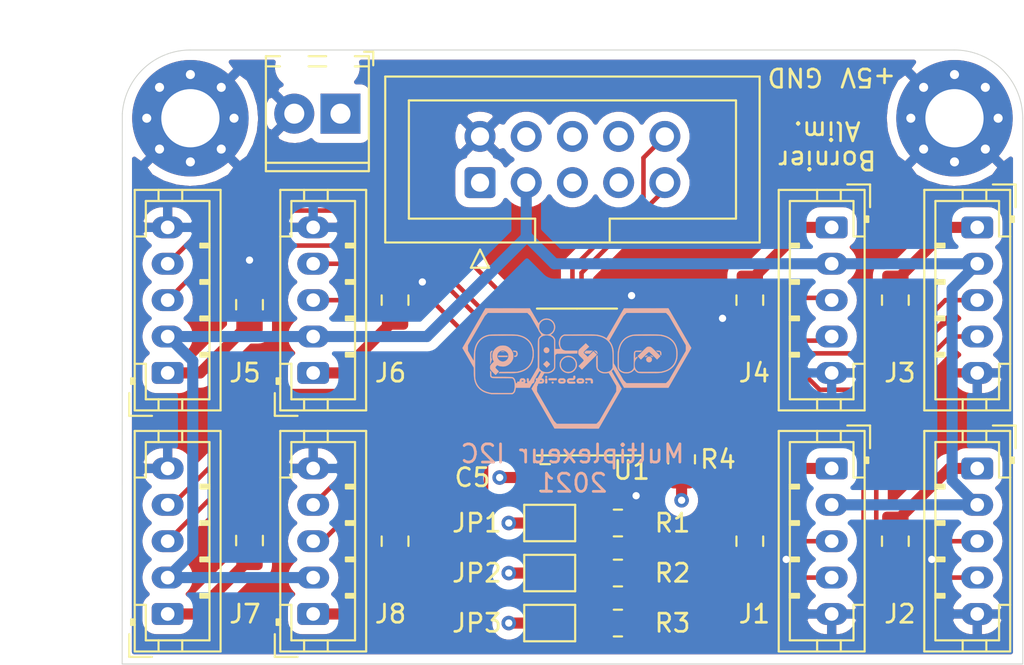
<source format=kicad_pcb>
(kicad_pcb (version 20171130) (host pcbnew 5.1.9-1.fc33)
  (layers (0 F.Cu signal) (1 In1.Cu signal) (2 In2.Cu power) (31 B.Cu signal) (34 B.Paste user) (35 F.Paste user) (36 B.SilkS user) (37 F.SilkS user) (38 B.Mask user) (39 F.Mask user) (44 Edge.Cuts user))
  (net 0 "")
  (net 1 GND)
  (net 2 +5V)
  (net 3 SCL)
  (net 4 SDA)
  (net 5 CMD_LED)
  (net 6 SDA0)
  (net 7 SCL0)
  (net 8 SDA2)
  (net 9 SCL2)
  (net 10 SDA4)
  (net 11 SCL4)
  (net 12 SDA6)
  (net 13 SCL6)
  (net 14 SDA1)
  (net 15 SCL1)
  (net 16 SDA3)
  (net 17 SCL3)
  (net 18 SDA5)
  (net 19 SCL5)
  (net 20 SDA7)
  (net 21 SCL7)
  (net 22 A0)
  (net 23 A1)
  (net 24 A2)
  (net 25 RESET)
  (net 26 "Net-(J9-Pad8)")
  (net 27 "Net-(J9-Pad6)")
  (net 28 "Net-(J9-Pad4)")
  (net 29 "Net-(J9-Pad7)")
  (net 30 "Net-(J9-Pad5)")
  (module TerminalBlock_Phoenix:TerminalBlock_Phoenix_MPT-0,5-2-2.54_1x02_P2.54mm_Horizontal (layer F.Cu) (at 128.5 68.25 180)
    (fp_text reference J10 hide)
    (fp_text value "Alim 5V")
    (pad "" np_thru_hole circle (at 2.54 2.54 180) (size 1.1 1.1) (drill 1.1) (layers *.Cu *.Mask))
    (pad 2 thru_hole circle (at 2.54 0 180) (size 2.2 2.2) (drill 1.1) (layers *.Cu *.Mask) (net 1 GND))
    (pad "" np_thru_hole circle (at 0 2.54 180) (size 1.1 1.1) (drill 1.1) (layers *.Cu *.Mask))
    (pad 1 thru_hole rect (at 0 0 180) (size 2.2 2.2) (drill 1.1) (layers *.Cu *.Mask) (net 2 +5V))
  )
  (module ARIG:Logo_ARIG_12_6x6_6 (layer B.Cu) (at 141.5 82.25 180)
    (fp_text reference G*** hide)
    (fp_text value LOGO hide)
  )
  (module MountingHole:MountingHole_3.2mm_M3_Pad_Via (layer F.Cu) (at 162.25 68.5)
    (fp_text reference H2 hide)
    (fp_text value MountingHole_Pad)
    (pad 1 thru_hole circle (at 1.697056 -1.697056) (size 0.8 0.8) (drill 0.5) (layers *.Cu *.Mask) (net 1 GND))
    (pad 1 thru_hole circle (at 0 -2.4) (size 0.8 0.8) (drill 0.5) (layers *.Cu *.Mask) (net 1 GND))
    (pad 1 thru_hole circle (at -1.697056 -1.697056) (size 0.8 0.8) (drill 0.5) (layers *.Cu *.Mask) (net 1 GND))
    (pad 1 thru_hole circle (at -2.4 0) (size 0.8 0.8) (drill 0.5) (layers *.Cu *.Mask) (net 1 GND))
    (pad 1 thru_hole circle (at -1.697056 1.697056) (size 0.8 0.8) (drill 0.5) (layers *.Cu *.Mask) (net 1 GND))
    (pad 1 thru_hole circle (at 0 2.4) (size 0.8 0.8) (drill 0.5) (layers *.Cu *.Mask) (net 1 GND))
    (pad 1 thru_hole circle (at 1.697056 1.697056) (size 0.8 0.8) (drill 0.5) (layers *.Cu *.Mask) (net 1 GND))
    (pad 1 thru_hole circle (at 2.4 0) (size 0.8 0.8) (drill 0.5) (layers *.Cu *.Mask) (net 1 GND))
    (pad 1 thru_hole circle (at 0 0) (size 6.4 6.4) (drill 3.2) (layers *.Cu *.Mask) (net 1 GND))
  )
  (module MountingHole:MountingHole_3.2mm_M3_Pad_Via (layer F.Cu) (at 120.25 68.5)
    (fp_text reference H1 hide)
    (fp_text value MountingHole_Pad)
    (pad 1 thru_hole circle (at 1.697056 -1.697056) (size 0.8 0.8) (drill 0.5) (layers *.Cu *.Mask) (net 1 GND))
    (pad 1 thru_hole circle (at 0 -2.4) (size 0.8 0.8) (drill 0.5) (layers *.Cu *.Mask) (net 1 GND))
    (pad 1 thru_hole circle (at -1.697056 -1.697056) (size 0.8 0.8) (drill 0.5) (layers *.Cu *.Mask) (net 1 GND))
    (pad 1 thru_hole circle (at -2.4 0) (size 0.8 0.8) (drill 0.5) (layers *.Cu *.Mask) (net 1 GND))
    (pad 1 thru_hole circle (at -1.697056 1.697056) (size 0.8 0.8) (drill 0.5) (layers *.Cu *.Mask) (net 1 GND))
    (pad 1 thru_hole circle (at 0 2.4) (size 0.8 0.8) (drill 0.5) (layers *.Cu *.Mask) (net 1 GND))
    (pad 1 thru_hole circle (at 1.697056 1.697056) (size 0.8 0.8) (drill 0.5) (layers *.Cu *.Mask) (net 1 GND))
    (pad 1 thru_hole circle (at 2.4 0) (size 0.8 0.8) (drill 0.5) (layers *.Cu *.Mask) (net 1 GND))
    (pad 1 thru_hole circle (at 0 0) (size 6.4 6.4) (drill 3.2) (layers *.Cu *.Mask) (net 1 GND))
  )
  (module Package_SO:TSSOP-24_4.4x7.8mm_P0.65mm (layer F.Cu) (at 141.5 83 180)
    (fp_text reference U1 (at -3 -4.85) (layer F.SilkS))
    (fp_text value TCA9548APWR)
    (pad 24 smd roundrect (at 2.8625 -3.575 180) (size 1.475 0.4) (layers F.Cu F.Paste F.Mask) (net 2 +5V))
    (pad 23 smd roundrect (at 2.8625 -2.925 180) (size 1.475 0.4) (layers F.Cu F.Paste F.Mask) (net 4 SDA))
    (pad 22 smd roundrect (at 2.8625 -2.275 180) (size 1.475 0.4) (layers F.Cu F.Paste F.Mask) (net 3 SCL))
    (pad 21 smd roundrect (at 2.8625 -1.625 180) (size 1.475 0.4) (layers F.Cu F.Paste F.Mask) (net 24 A2))
    (pad 20 smd roundrect (at 2.8625 -0.975 180) (size 1.475 0.4) (layers F.Cu F.Paste F.Mask) (net 21 SCL7))
    (pad 19 smd roundrect (at 2.8625 -0.325 180) (size 1.475 0.4) (layers F.Cu F.Paste F.Mask) (net 20 SDA7))
    (pad 18 smd roundrect (at 2.8625 0.325 180) (size 1.475 0.4) (layers F.Cu F.Paste F.Mask) (net 13 SCL6))
    (pad 17 smd roundrect (at 2.8625 0.975 180) (size 1.475 0.4) (layers F.Cu F.Paste F.Mask) (net 12 SDA6))
    (pad 16 smd roundrect (at 2.8625 1.625 180) (size 1.475 0.4) (layers F.Cu F.Paste F.Mask) (net 19 SCL5))
    (pad 15 smd roundrect (at 2.8625 2.275 180) (size 1.475 0.4) (layers F.Cu F.Paste F.Mask) (net 18 SDA5))
    (pad 14 smd roundrect (at 2.8625 2.925 180) (size 1.475 0.4) (layers F.Cu F.Paste F.Mask) (net 11 SCL4))
    (pad 13 smd roundrect (at 2.8625 3.575 180) (size 1.475 0.4) (layers F.Cu F.Paste F.Mask) (net 10 SDA4))
    (pad 12 smd roundrect (at -2.8625 3.575 180) (size 1.475 0.4) (layers F.Cu F.Paste F.Mask) (net 1 GND))
    (pad 11 smd roundrect (at -2.8625 2.925 180) (size 1.475 0.4) (layers F.Cu F.Paste F.Mask) (net 17 SCL3))
    (pad 10 smd roundrect (at -2.8625 2.275 180) (size 1.475 0.4) (layers F.Cu F.Paste F.Mask) (net 16 SDA3))
    (pad 9 smd roundrect (at -2.8625 1.625 180) (size 1.475 0.4) (layers F.Cu F.Paste F.Mask) (net 9 SCL2))
    (pad 8 smd roundrect (at -2.8625 0.975 180) (size 1.475 0.4) (layers F.Cu F.Paste F.Mask) (net 8 SDA2))
    (pad 7 smd roundrect (at -2.8625 0.325 180) (size 1.475 0.4) (layers F.Cu F.Paste F.Mask) (net 15 SCL1))
    (pad 6 smd roundrect (at -2.8625 -0.325 180) (size 1.475 0.4) (layers F.Cu F.Paste F.Mask) (net 14 SDA1))
    (pad 5 smd roundrect (at -2.8625 -0.975 180) (size 1.475 0.4) (layers F.Cu F.Paste F.Mask) (net 7 SCL0))
    (pad 4 smd roundrect (at -2.8625 -1.625 180) (size 1.475 0.4) (layers F.Cu F.Paste F.Mask) (net 6 SDA0))
    (pad 3 smd roundrect (at -2.8625 -2.275 180) (size 1.475 0.4) (layers F.Cu F.Paste F.Mask) (net 25 RESET))
    (pad 2 smd roundrect (at -2.8625 -2.925 180) (size 1.475 0.4) (layers F.Cu F.Paste F.Mask) (net 23 A1))
    (pad 1 smd roundrect (at -2.8625 -3.575 180) (size 1.475 0.4) (layers F.Cu F.Paste F.Mask) (net 22 A0))
  )
  (module Resistor_SMD:R_0805_2012Metric_Pad1.20x1.40mm_HandSolder (layer F.Cu) (at 147.25 87.25 270)
    (fp_text reference R4 (at 0 -2 180) (layer F.SilkS))
    (fp_text value 10K)
    (pad 2 smd roundrect (at 1 0 270) (size 1.2 1.4) (layers F.Cu F.Paste F.Mask) (roundrect_rratio 0.2083325) (net 2 +5V))
    (pad 1 smd roundrect (at -1 0 270) (size 1.2 1.4) (layers F.Cu F.Paste F.Mask) (roundrect_rratio 0.2083325) (net 25 RESET))
  )
  (module Resistor_SMD:R_0805_2012Metric_Pad1.20x1.40mm_HandSolder (layer F.Cu) (at 143.75 96.25)
    (fp_text reference R3 (at 3 0) (layer F.SilkS))
    (fp_text value 10K)
    (pad 2 smd roundrect (at 1 0) (size 1.2 1.4) (layers F.Cu F.Paste F.Mask) (roundrect_rratio 0.2083325) (net 1 GND))
    (pad 1 smd roundrect (at -1 0) (size 1.2 1.4) (layers F.Cu F.Paste F.Mask) (roundrect_rratio 0.2083325) (net 24 A2))
  )
  (module Resistor_SMD:R_0805_2012Metric_Pad1.20x1.40mm_HandSolder (layer F.Cu) (at 143.75 93.5)
    (fp_text reference R2 (at 3 0) (layer F.SilkS))
    (fp_text value 10K)
    (pad 2 smd roundrect (at 1 0) (size 1.2 1.4) (layers F.Cu F.Paste F.Mask) (roundrect_rratio 0.2083325) (net 1 GND))
    (pad 1 smd roundrect (at -1 0) (size 1.2 1.4) (layers F.Cu F.Paste F.Mask) (roundrect_rratio 0.2083325) (net 23 A1))
  )
  (module Resistor_SMD:R_0805_2012Metric_Pad1.20x1.40mm_HandSolder (layer F.Cu) (at 143.75 90.75)
    (fp_text reference R1 (at 3 0) (layer F.SilkS))
    (fp_text value 10K)
    (pad 2 smd roundrect (at 1 0) (size 1.2 1.4) (layers F.Cu F.Paste F.Mask) (roundrect_rratio 0.2083325) (net 1 GND))
    (pad 1 smd roundrect (at -1 0) (size 1.2 1.4) (layers F.Cu F.Paste F.Mask) (roundrect_rratio 0.2083325) (net 22 A0))
  )
  (module Jumper:SolderJumper-2_P1.3mm_Open_Pad1.0x1.5mm (layer F.Cu) (at 140 96.25 180)
    (fp_text reference JP3 (at 4 0) (layer F.SilkS))
    (fp_text value A2)
    (pad 1 smd rect (at -0.65 0 180) (size 1 1.5) (layers F.Cu F.Mask) (net 24 A2))
    (pad 2 smd rect (at 0.65 0 180) (size 1 1.5) (layers F.Cu F.Mask) (net 2 +5V))
  )
  (module Jumper:SolderJumper-2_P1.3mm_Open_Pad1.0x1.5mm (layer F.Cu) (at 140 93.5 180)
    (fp_text reference JP2 (at 4 0) (layer F.SilkS))
    (fp_text value A1)
    (pad 1 smd rect (at -0.65 0 180) (size 1 1.5) (layers F.Cu F.Mask) (net 23 A1))
    (pad 2 smd rect (at 0.65 0 180) (size 1 1.5) (layers F.Cu F.Mask) (net 2 +5V))
  )
  (module Jumper:SolderJumper-2_P1.3mm_Open_Pad1.0x1.5mm (layer F.Cu) (at 140 90.75 180)
    (fp_text reference JP1 (at 4 0) (layer F.SilkS))
    (fp_text value A0)
    (pad 1 smd rect (at -0.65 0 180) (size 1 1.5) (layers F.Cu F.Mask) (net 22 A0))
    (pad 2 smd rect (at 0.65 0 180) (size 1 1.5) (layers F.Cu F.Mask) (net 2 +5V))
  )
  (module Connector_JST:JST_PH_B5B-PH-K_1x05_P2.00mm_Vertical (layer F.Cu) (at 127 95.75 90)
    (fp_text reference J8 (at 0 4.25 180) (layer F.SilkS))
    (fp_text value Color7)
    (pad 5 thru_hole oval (at 8 0 90) (size 1.2 1.75) (drill 0.75) (layers *.Cu *.Mask) (net 1 GND))
    (pad 4 thru_hole oval (at 6 0 90) (size 1.2 1.75) (drill 0.75) (layers *.Cu *.Mask) (net 20 SDA7))
    (pad 3 thru_hole oval (at 4 0 90) (size 1.2 1.75) (drill 0.75) (layers *.Cu *.Mask) (net 21 SCL7))
    (pad 2 thru_hole oval (at 2 0 90) (size 1.2 1.75) (drill 0.75) (layers *.Cu *.Mask) (net 5 CMD_LED))
    (pad 1 thru_hole roundrect (at 0 0 90) (size 1.2 1.75) (drill 0.75) (layers *.Cu *.Mask) (roundrect_rratio 0.2083325) (net 2 +5V))
  )
  (module Connector_JST:JST_PH_B5B-PH-K_1x05_P2.00mm_Vertical (layer F.Cu) (at 127 82.5 90)
    (fp_text reference J6 (at 0 4.25 180) (layer F.SilkS))
    (fp_text value Color5)
    (pad 5 thru_hole oval (at 8 0 90) (size 1.2 1.75) (drill 0.75) (layers *.Cu *.Mask) (net 1 GND))
    (pad 4 thru_hole oval (at 6 0 90) (size 1.2 1.75) (drill 0.75) (layers *.Cu *.Mask) (net 18 SDA5))
    (pad 3 thru_hole oval (at 4 0 90) (size 1.2 1.75) (drill 0.75) (layers *.Cu *.Mask) (net 19 SCL5))
    (pad 2 thru_hole oval (at 2 0 90) (size 1.2 1.75) (drill 0.75) (layers *.Cu *.Mask) (net 5 CMD_LED))
    (pad 1 thru_hole roundrect (at 0 0 90) (size 1.2 1.75) (drill 0.75) (layers *.Cu *.Mask) (roundrect_rratio 0.2083325) (net 2 +5V))
  )
  (module Connector_JST:JST_PH_B5B-PH-K_1x05_P2.00mm_Vertical (layer F.Cu) (at 155.5 74.5 270)
    (fp_text reference J4 (at 8 4.25 180) (layer F.SilkS))
    (fp_text value Color3)
    (pad 5 thru_hole oval (at 8 0 270) (size 1.2 1.75) (drill 0.75) (layers *.Cu *.Mask) (net 1 GND))
    (pad 4 thru_hole oval (at 6 0 270) (size 1.2 1.75) (drill 0.75) (layers *.Cu *.Mask) (net 16 SDA3))
    (pad 3 thru_hole oval (at 4 0 270) (size 1.2 1.75) (drill 0.75) (layers *.Cu *.Mask) (net 17 SCL3))
    (pad 2 thru_hole oval (at 2 0 270) (size 1.2 1.75) (drill 0.75) (layers *.Cu *.Mask) (net 5 CMD_LED))
    (pad 1 thru_hole roundrect (at 0 0 270) (size 1.2 1.75) (drill 0.75) (layers *.Cu *.Mask) (roundrect_rratio 0.2083325) (net 2 +5V))
  )
  (module Connector_JST:JST_PH_B5B-PH-K_1x05_P2.00mm_Vertical (layer F.Cu) (at 163.5 87.75 270)
    (fp_text reference J2 (at 8 4.25 180) (layer F.SilkS))
    (fp_text value Color1)
    (pad 5 thru_hole oval (at 8 0 270) (size 1.2 1.75) (drill 0.75) (layers *.Cu *.Mask) (net 1 GND))
    (pad 4 thru_hole oval (at 6 0 270) (size 1.2 1.75) (drill 0.75) (layers *.Cu *.Mask) (net 14 SDA1))
    (pad 3 thru_hole oval (at 4 0 270) (size 1.2 1.75) (drill 0.75) (layers *.Cu *.Mask) (net 15 SCL1))
    (pad 2 thru_hole oval (at 2 0 270) (size 1.2 1.75) (drill 0.75) (layers *.Cu *.Mask) (net 5 CMD_LED))
    (pad 1 thru_hole roundrect (at 0 0 270) (size 1.2 1.75) (drill 0.75) (layers *.Cu *.Mask) (roundrect_rratio 0.2083325) (net 2 +5V))
  )
  (module Connector_JST:JST_PH_B5B-PH-K_1x05_P2.00mm_Vertical (layer F.Cu) (at 119 95.75 90)
    (fp_text reference J7 (at 0 4.25 180) (layer F.SilkS))
    (fp_text value Color6)
    (pad 5 thru_hole oval (at 8 0 90) (size 1.2 1.75) (drill 0.75) (layers *.Cu *.Mask) (net 1 GND))
    (pad 4 thru_hole oval (at 6 0 90) (size 1.2 1.75) (drill 0.75) (layers *.Cu *.Mask) (net 12 SDA6))
    (pad 3 thru_hole oval (at 4 0 90) (size 1.2 1.75) (drill 0.75) (layers *.Cu *.Mask) (net 13 SCL6))
    (pad 2 thru_hole oval (at 2 0 90) (size 1.2 1.75) (drill 0.75) (layers *.Cu *.Mask) (net 5 CMD_LED))
    (pad 1 thru_hole roundrect (at 0 0 90) (size 1.2 1.75) (drill 0.75) (layers *.Cu *.Mask) (roundrect_rratio 0.2083325) (net 2 +5V))
  )
  (module Connector_JST:JST_PH_B5B-PH-K_1x05_P2.00mm_Vertical (layer F.Cu) (at 119 82.5 90)
    (fp_text reference J5 (at 0 4.25 180) (layer F.SilkS))
    (fp_text value Color4)
    (pad 5 thru_hole oval (at 8 0 90) (size 1.2 1.75) (drill 0.75) (layers *.Cu *.Mask) (net 1 GND))
    (pad 4 thru_hole oval (at 6 0 90) (size 1.2 1.75) (drill 0.75) (layers *.Cu *.Mask) (net 10 SDA4))
    (pad 3 thru_hole oval (at 4 0 90) (size 1.2 1.75) (drill 0.75) (layers *.Cu *.Mask) (net 11 SCL4))
    (pad 2 thru_hole oval (at 2 0 90) (size 1.2 1.75) (drill 0.75) (layers *.Cu *.Mask) (net 5 CMD_LED))
    (pad 1 thru_hole roundrect (at 0 0 90) (size 1.2 1.75) (drill 0.75) (layers *.Cu *.Mask) (roundrect_rratio 0.2083325) (net 2 +5V))
  )
  (module Connector_JST:JST_PH_B5B-PH-K_1x05_P2.00mm_Vertical (layer F.Cu) (at 163.5 74.5 270)
    (fp_text reference J3 (at 8 4.25 180) (layer F.SilkS))
    (fp_text value Color2)
    (pad 5 thru_hole oval (at 8 0 270) (size 1.2 1.75) (drill 0.75) (layers *.Cu *.Mask) (net 1 GND))
    (pad 4 thru_hole oval (at 6 0 270) (size 1.2 1.75) (drill 0.75) (layers *.Cu *.Mask) (net 8 SDA2))
    (pad 3 thru_hole oval (at 4 0 270) (size 1.2 1.75) (drill 0.75) (layers *.Cu *.Mask) (net 9 SCL2))
    (pad 2 thru_hole oval (at 2 0 270) (size 1.2 1.75) (drill 0.75) (layers *.Cu *.Mask) (net 5 CMD_LED))
    (pad 1 thru_hole roundrect (at 0 0 270) (size 1.2 1.75) (drill 0.75) (layers *.Cu *.Mask) (roundrect_rratio 0.2083325) (net 2 +5V))
  )
  (module Connector_JST:JST_PH_B5B-PH-K_1x05_P2.00mm_Vertical (layer F.Cu) (at 155.5 87.75 270)
    (fp_text reference J1 (at 8 4.25 180) (layer F.SilkS))
    (fp_text value Color0)
    (pad 5 thru_hole oval (at 8 0 270) (size 1.2 1.75) (drill 0.75) (layers *.Cu *.Mask) (net 1 GND))
    (pad 4 thru_hole oval (at 6 0 270) (size 1.2 1.75) (drill 0.75) (layers *.Cu *.Mask) (net 6 SDA0))
    (pad 3 thru_hole oval (at 4 0 270) (size 1.2 1.75) (drill 0.75) (layers *.Cu *.Mask) (net 7 SCL0))
    (pad 2 thru_hole oval (at 2 0 270) (size 1.2 1.75) (drill 0.75) (layers *.Cu *.Mask) (net 5 CMD_LED))
    (pad 1 thru_hole roundrect (at 0 0 270) (size 1.2 1.75) (drill 0.75) (layers *.Cu *.Mask) (roundrect_rratio 0.2083325) (net 2 +5V))
  )
  (module Connector_IDC:IDC-Header_2x05_P2.54mm_Vertical (layer F.Cu) (at 136.17 72.04 90)
    (fp_text reference J9 hide)
    (fp_text value "Interf ARIG")
    (pad 10 thru_hole circle (at 2.54 10.16 90) (size 1.7 1.7) (drill 1) (layers *.Cu *.Mask) (net 3 SCL))
    (pad 8 thru_hole circle (at 2.54 7.62 90) (size 1.7 1.7) (drill 1) (layers *.Cu *.Mask) (net 26 "Net-(J9-Pad8)"))
    (pad 6 thru_hole circle (at 2.54 5.08 90) (size 1.7 1.7) (drill 1) (layers *.Cu *.Mask) (net 27 "Net-(J9-Pad6)"))
    (pad 4 thru_hole circle (at 2.54 2.54 90) (size 1.7 1.7) (drill 1) (layers *.Cu *.Mask) (net 28 "Net-(J9-Pad4)"))
    (pad 2 thru_hole circle (at 2.54 0 90) (size 1.7 1.7) (drill 1) (layers *.Cu *.Mask) (net 1 GND))
    (pad 9 thru_hole circle (at 0 10.16 90) (size 1.7 1.7) (drill 1) (layers *.Cu *.Mask) (net 4 SDA))
    (pad 7 thru_hole circle (at 0 7.62 90) (size 1.7 1.7) (drill 1) (layers *.Cu *.Mask) (net 29 "Net-(J9-Pad7)"))
    (pad 5 thru_hole circle (at 0 5.08 90) (size 1.7 1.7) (drill 1) (layers *.Cu *.Mask) (net 30 "Net-(J9-Pad5)"))
    (pad 3 thru_hole circle (at 0 2.54 90) (size 1.7 1.7) (drill 1) (layers *.Cu *.Mask) (net 5 CMD_LED))
    (pad 1 thru_hole roundrect (at 0 0 90) (size 1.7 1.7) (drill 1) (layers *.Cu *.Mask) (roundrect_rratio 0.1470588235294118) (net 2 +5V))
  )
  (module Capacitor_SMD:C_0805_2012Metric_Pad1.18x1.45mm_HandSolder (layer F.Cu) (at 131.5 91.75 90)
    (fp_text reference C9 hide)
    (fp_text value 10u)
    (pad 2 smd roundrect (at 1.0375 0 90) (size 1.175 1.45) (layers F.Cu F.Paste F.Mask) (roundrect_rratio 0.2127659574468085) (net 1 GND))
    (pad 1 smd roundrect (at -1.0375 0 90) (size 1.175 1.45) (layers F.Cu F.Paste F.Mask) (roundrect_rratio 0.2127659574468085) (net 2 +5V))
  )
  (module Capacitor_SMD:C_0805_2012Metric_Pad1.18x1.45mm_HandSolder (layer F.Cu) (at 123.5 91.7125 90)
    (fp_text reference C8 hide)
    (fp_text value 10u)
    (pad 2 smd roundrect (at 1.0375 0 90) (size 1.175 1.45) (layers F.Cu F.Paste F.Mask) (roundrect_rratio 0.2127659574468085) (net 1 GND))
    (pad 1 smd roundrect (at -1.0375 0 90) (size 1.175 1.45) (layers F.Cu F.Paste F.Mask) (roundrect_rratio 0.2127659574468085) (net 2 +5V))
  )
  (module Capacitor_SMD:C_0805_2012Metric_Pad1.18x1.45mm_HandSolder (layer F.Cu) (at 131.5 78.5 90)
    (fp_text reference C7 hide)
    (fp_text value 10u)
    (pad 2 smd roundrect (at 1.0375 0 90) (size 1.175 1.45) (layers F.Cu F.Paste F.Mask) (roundrect_rratio 0.2127659574468085) (net 1 GND))
    (pad 1 smd roundrect (at -1.0375 0 90) (size 1.175 1.45) (layers F.Cu F.Paste F.Mask) (roundrect_rratio 0.2127659574468085) (net 2 +5V))
  )
  (module Capacitor_SMD:C_0805_2012Metric_Pad1.18x1.45mm_HandSolder (layer F.Cu) (at 123.5 78.75 90)
    (fp_text reference C6 hide)
    (fp_text value 10u)
    (pad 2 smd roundrect (at 1.0375 0 90) (size 1.175 1.45) (layers F.Cu F.Paste F.Mask) (roundrect_rratio 0.2127659574468085) (net 1 GND))
    (pad 1 smd roundrect (at -1.0375 0 90) (size 1.175 1.45) (layers F.Cu F.Paste F.Mask) (roundrect_rratio 0.2127659574468085) (net 2 +5V))
  )
  (module Capacitor_SMD:C_0805_2012Metric_Pad1.18x1.45mm_HandSolder (layer F.Cu) (at 139.75 88.25)
    (fp_text reference C5 (at -4 0) (layer F.SilkS))
    (fp_text value 10u)
    (pad 2 smd roundrect (at 1.0375 0) (size 1.175 1.45) (layers F.Cu F.Paste F.Mask) (roundrect_rratio 0.2127659574468085) (net 1 GND))
    (pad 1 smd roundrect (at -1.0375 0) (size 1.175 1.45) (layers F.Cu F.Paste F.Mask) (roundrect_rratio 0.2127659574468085) (net 2 +5V))
  )
  (module Capacitor_SMD:C_0805_2012Metric_Pad1.18x1.45mm_HandSolder (layer F.Cu) (at 151 78.5 270)
    (fp_text reference C4 hide)
    (fp_text value 10u)
    (pad 2 smd roundrect (at 1.0375 0 270) (size 1.175 1.45) (layers F.Cu F.Paste F.Mask) (roundrect_rratio 0.2127659574468085) (net 1 GND))
    (pad 1 smd roundrect (at -1.0375 0 270) (size 1.175 1.45) (layers F.Cu F.Paste F.Mask) (roundrect_rratio 0.2127659574468085) (net 2 +5V))
  )
  (module Capacitor_SMD:C_0805_2012Metric_Pad1.18x1.45mm_HandSolder (layer F.Cu) (at 159 78.5 270)
    (fp_text reference C3 hide)
    (fp_text value 10u)
    (pad 2 smd roundrect (at 1.0375 0 270) (size 1.175 1.45) (layers F.Cu F.Paste F.Mask) (roundrect_rratio 0.2127659574468085) (net 1 GND))
    (pad 1 smd roundrect (at -1.0375 0 270) (size 1.175 1.45) (layers F.Cu F.Paste F.Mask) (roundrect_rratio 0.2127659574468085) (net 2 +5V))
  )
  (module Capacitor_SMD:C_0805_2012Metric_Pad1.18x1.45mm_HandSolder (layer F.Cu) (at 159 91.75 270)
    (fp_text reference C2 hide)
    (fp_text value 10u)
    (pad 2 smd roundrect (at 1.0375 0 270) (size 1.175 1.45) (layers F.Cu F.Paste F.Mask) (roundrect_rratio 0.2127659574468085) (net 1 GND))
    (pad 1 smd roundrect (at -1.0375 0 270) (size 1.175 1.45) (layers F.Cu F.Paste F.Mask) (roundrect_rratio 0.2127659574468085) (net 2 +5V))
  )
  (module Capacitor_SMD:C_0805_2012Metric_Pad1.18x1.45mm_HandSolder (layer F.Cu) (at 151 91.75 270)
    (fp_text reference C1 hide)
    (fp_text value 10u)
    (pad 2 smd roundrect (at 1.0375 0 270) (size 1.175 1.45) (layers F.Cu F.Paste F.Mask) (roundrect_rratio 0.2127659574468085) (net 1 GND))
    (pad 1 smd roundrect (at -1.0375 0 270) (size 1.175 1.45) (layers F.Cu F.Paste F.Mask) (roundrect_rratio 0.2127659574468085) (net 2 +5V))
  )
  (gr_text "Bornier\nAlim." (at 155.25 70 180) (layer F.SilkS) (effects (font (size 1 1))))
  (gr_text +5V (at 157.5 66.25 180) (layer F.SilkS) (effects (font (size 1 1))))
  (gr_text GND (at 153.5 66.25 180) (layer F.SilkS) (effects (font (size 1 1))))
  (gr_text "Multiplexeur I2C\n2021" (at 141.25 87.75) (layer B.SilkS) (effects (font (size 1 1)) (justify mirror)))
  (gr_line (start 166 98.5) (end 166 68.5) (layer Edge.Cuts) (width 0.05))
  (gr_line (start 116.5 98.5) (end 166 98.5) (layer Edge.Cuts) (width 0.05))
  (gr_line (start 116.508306 68.250554) (end 116.5 98.5) (layer Edge.Cuts) (width 0.05))
  (gr_line (start 162.25 64.75) (end 120.25 64.75) (layer Edge.Cuts) (width 0.05))
  (gr_arc (start 162.25 68.5) (end 166 68.5) (angle -90) (layer Edge.Cuts) (width 0.05))
  (gr_arc (start 120.25 68.5) (end 120.25 64.75) (angle -86.18592517) (layer Edge.Cuts) (width 0.05))
  (via (at 144.75 89.25) (size 0.8) (drill 0.4) (layers F.Cu B.Cu) (net 1))
  (segment (start 144.75 90.75) (end 144.75 89.25) (width 0.6096) (layer F.Cu) (net 1))
  (via (at 149.5 79.5) (size 0.8) (drill 0.4) (layers F.Cu B.Cu) (net 1))
  (segment (start 149.5375 79.5375) (end 149.5 79.5) (width 0.6096) (layer F.Cu) (net 1))
  (segment (start 151 79.5375) (end 149.5375 79.5375) (width 0.6096) (layer F.Cu) (net 1))
  (via (at 144.5 78.25) (size 0.8) (drill 0.4) (layers F.Cu B.Cu) (net 1))
  (segment (start 144.3625 78.3875) (end 144.5 78.25) (width 0.25) (layer F.Cu) (net 1))
  (segment (start 144.3625 79.425) (end 144.3625 78.3875) (width 0.25) (layer F.Cu) (net 1))
  (via (at 133 77.5) (size 0.8) (drill 0.4) (layers F.Cu B.Cu) (net 1))
  (segment (start 132.9625 77.4625) (end 133 77.5) (width 0.6096) (layer F.Cu) (net 1))
  (segment (start 131.5 77.4625) (end 132.9625 77.4625) (width 0.6096) (layer F.Cu) (net 1))
  (via (at 123.5 76.3) (size 0.8) (drill 0.4) (layers F.Cu B.Cu) (net 1))
  (segment (start 123.5 77.7125) (end 123.5 76.3) (width 0.6096) (layer F.Cu) (net 1))
  (via (at 153 92.75) (size 0.8) (drill 0.4) (layers F.Cu B.Cu) (net 1))
  (segment (start 152.9625 92.7875) (end 153 92.75) (width 0.6096) (layer F.Cu) (net 1))
  (segment (start 151 92.7875) (end 152.9625 92.7875) (width 0.6096) (layer F.Cu) (net 1))
  (via (at 161 92.75) (size 0.8) (drill 0.4) (layers F.Cu B.Cu) (net 1))
  (segment (start 160.9625 92.7875) (end 161 92.75) (width 0.6096) (layer F.Cu) (net 1))
  (segment (start 159 92.7875) (end 160.9625 92.7875) (width 0.6096) (layer F.Cu) (net 1))
  (segment (start 120.7875 82.5) (end 123.5 79.7875) (width 0.6096) (layer F.Cu) (net 2))
  (segment (start 119 82.5) (end 120.7875 82.5) (width 0.6096) (layer F.Cu) (net 2))
  (segment (start 128.5375 82.5) (end 131.5 79.5375) (width 0.6096) (layer F.Cu) (net 2))
  (segment (start 127 82.5) (end 128.5375 82.5) (width 0.6096) (layer F.Cu) (net 2))
  (segment (start 120.5 95.75) (end 123.5 92.75) (width 0.6096) (layer F.Cu) (net 2))
  (segment (start 119 95.75) (end 120.5 95.75) (width 0.6096) (layer F.Cu) (net 2))
  (segment (start 128.5375 95.75) (end 131.5 92.7875) (width 0.6096) (layer F.Cu) (net 2))
  (segment (start 127 95.75) (end 128.5375 95.75) (width 0.6096) (layer F.Cu) (net 2))
  (segment (start 153.9625 87.75) (end 151 90.7125) (width 0.6096) (layer F.Cu) (net 2))
  (segment (start 155.5 87.75) (end 153.9625 87.75) (width 0.6096) (layer F.Cu) (net 2))
  (segment (start 153.9625 74.5) (end 151 77.4625) (width 0.6096) (layer F.Cu) (net 2))
  (segment (start 155.5 74.5) (end 153.9625 74.5) (width 0.6096) (layer F.Cu) (net 2))
  (segment (start 161.9625 74.5) (end 159 77.4625) (width 0.6096) (layer F.Cu) (net 2))
  (segment (start 163.5 74.5) (end 161.9625 74.5) (width 0.6096) (layer F.Cu) (net 2))
  (segment (start 161.9625 87.75) (end 159 90.7125) (width 0.6096) (layer F.Cu) (net 2))
  (segment (start 163.5 87.75) (end 161.9625 87.75) (width 0.6096) (layer F.Cu) (net 2))
  (segment (start 138.7125 86.65) (end 138.6375 86.575) (width 0.25) (layer F.Cu) (net 2))
  (segment (start 138.7125 88.25) (end 138.7125 86.65) (width 0.25) (layer F.Cu) (net 2))
  (via (at 137.25 88.25) (size 0.8) (drill 0.4) (layers F.Cu B.Cu) (net 2))
  (segment (start 138.7125 88.25) (end 137.25 88.25) (width 0.6096) (layer F.Cu) (net 2))
  (via (at 137.75 90.75) (size 0.8) (drill 0.4) (layers F.Cu B.Cu) (net 2))
  (segment (start 139.35 90.75) (end 137.75 90.75) (width 0.6096) (layer F.Cu) (net 2))
  (via (at 137.75 93.5) (size 0.8) (drill 0.4) (layers F.Cu B.Cu) (net 2))
  (segment (start 139.35 93.5) (end 137.75 93.5) (width 0.6096) (layer F.Cu) (net 2))
  (via (at 137.75 96.25) (size 0.8) (drill 0.4) (layers F.Cu B.Cu) (net 2))
  (segment (start 139.35 96.25) (end 137.75 96.25) (width 0.6096) (layer F.Cu) (net 2))
  (via (at 147.25 89.5) (size 0.8) (drill 0.4) (layers F.Cu B.Cu) (net 2))
  (segment (start 147.25 88.25) (end 147.25 89.5) (width 0.6096) (layer F.Cu) (net 2))
  (segment (start 145.154999 70.675001) (end 145.154999 72.845001) (width 0.25) (layer F.Cu) (net 3))
  (segment (start 146.33 69.5) (end 145.154999 70.675001) (width 0.25) (layer F.Cu) (net 3))
  (segment (start 145.154999 72.845001) (end 141.25 76.75) (width 0.25) (layer F.Cu) (net 3))
  (segment (start 139.375 85.275) (end 138.6375 85.275) (width 0.25) (layer F.Cu) (net 3))
  (segment (start 141.25 83.4) (end 139.375 85.275) (width 0.25) (layer F.Cu) (net 3))
  (segment (start 141.25 76.75) (end 141.25 83.4) (width 0.25) (layer F.Cu) (net 3))
  (segment (start 146.33 72.04) (end 146.33 72.42) (width 0.25) (layer F.Cu) (net 4))
  (segment (start 146.33 72.42) (end 141.75 77) (width 0.25) (layer F.Cu) (net 4))
  (segment (start 139.375 85.925) (end 138.6375 85.925) (width 0.25) (layer F.Cu) (net 4))
  (segment (start 141.75 83.55) (end 139.375 85.925) (width 0.25) (layer F.Cu) (net 4))
  (segment (start 141.75 77) (end 141.75 83.55) (width 0.25) (layer F.Cu) (net 4))
  (segment (start 119 80.5) (end 127 80.5) (width 0.6096) (layer B.Cu) (net 5))
  (segment (start 119 93.75) (end 127 93.75) (width 0.6096) (layer B.Cu) (net 5))
  (segment (start 120.37981 81.837346) (end 120.37981 92.37019) (width 0.6096) (layer B.Cu) (net 5))
  (segment (start 119 80.5) (end 119.042464 80.5) (width 0.6096) (layer B.Cu) (net 5))
  (segment (start 119.042464 80.5) (end 120.37981 81.837346) (width 0.6096) (layer B.Cu) (net 5))
  (segment (start 120.37981 92.37019) (end 119 93.75) (width 0.6096) (layer B.Cu) (net 5))
  (segment (start 155.5 89.75) (end 163.5 89.75) (width 0.6096) (layer B.Cu) (net 5))
  (segment (start 163.5 76.5) (end 155.5 76.5) (width 0.6096) (layer B.Cu) (net 5))
  (segment (start 163.457536 89.75) (end 163.5 89.75) (width 0.6096) (layer B.Cu) (net 5))
  (segment (start 163.5 76.5) (end 162.12019 77.87981) (width 0.6096) (layer B.Cu) (net 5))
  (segment (start 162.12019 77.87981) (end 162.12019 88.412654) (width 0.6096) (layer B.Cu) (net 5))
  (segment (start 162.12019 88.412654) (end 163.457536 89.75) (width 0.6096) (layer B.Cu) (net 5))
  (segment (start 155.5 76.5) (end 143.17 76.5) (width 0.6096) (layer B.Cu) (net 5))
  (segment (start 127 80.5) (end 133.25 80.5) (width 0.6096) (layer B.Cu) (net 5))
  (segment (start 133.25 80.5) (end 138.75 75) (width 0.6096) (layer B.Cu) (net 5))
  (segment (start 138.71 74.96) (end 138.71 72.04) (width 0.6096) (layer B.Cu) (net 5))
  (segment (start 138.75 75) (end 138.71 74.96) (width 0.6096) (layer B.Cu) (net 5))
  (segment (start 140.25 76.5) (end 138.75 75) (width 0.6096) (layer B.Cu) (net 5))
  (segment (start 143.17 76.5) (end 140.25 76.5) (width 0.6096) (layer B.Cu) (net 5))
  (segment (start 144.3625 84.625) (end 148.125 84.625) (width 0.25) (layer F.Cu) (net 6))
  (segment (start 148.125 84.625) (end 149.25 85.75) (width 0.25) (layer F.Cu) (net 6))
  (segment (start 150.33681 93.75) (end 155.5 93.75) (width 0.25) (layer F.Cu) (net 6))
  (segment (start 149.25 92.66319) (end 150.33681 93.75) (width 0.25) (layer F.Cu) (net 6))
  (segment (start 149.25 85.75) (end 149.25 92.66319) (width 0.25) (layer F.Cu) (net 6))
  (segment (start 144.3625 83.975) (end 148.475 83.975) (width 0.25) (layer F.Cu) (net 7))
  (segment (start 150.41181 91.75) (end 155.5 91.75) (width 0.25) (layer F.Cu) (net 7))
  (segment (start 149.94999 91.28818) (end 150.41181 91.75) (width 0.25) (layer F.Cu) (net 7))
  (segment (start 149.94999 85.44999) (end 149.94999 91.28818) (width 0.25) (layer F.Cu) (net 7))
  (segment (start 148.475 83.975) (end 149.94999 85.44999) (width 0.25) (layer F.Cu) (net 7))
  (segment (start 154.841849 83.42501) (end 159.07499 83.42501) (width 0.25) (layer F.Cu) (net 8))
  (segment (start 153.441839 82.025) (end 154.841849 83.42501) (width 0.25) (layer F.Cu) (net 8))
  (segment (start 144.3625 82.025) (end 153.441839 82.025) (width 0.25) (layer F.Cu) (net 8))
  (segment (start 162 80.5) (end 163.5 80.5) (width 0.25) (layer F.Cu) (net 8))
  (segment (start 159.07499 83.42501) (end 162 80.5) (width 0.25) (layer F.Cu) (net 8))
  (segment (start 144.41251 81.42501) (end 158.82499 81.42501) (width 0.25) (layer F.Cu) (net 9))
  (segment (start 144.3625 81.375) (end 144.41251 81.42501) (width 0.25) (layer F.Cu) (net 9))
  (segment (start 161.75 78.5) (end 163.5 78.5) (width 0.25) (layer F.Cu) (net 9))
  (segment (start 158.82499 81.42501) (end 161.75 78.5) (width 0.25) (layer F.Cu) (net 9))
  (segment (start 121.92501 73.57499) (end 132.78749 73.57499) (width 0.25) (layer F.Cu) (net 10))
  (segment (start 119 76.5) (end 121.92501 73.57499) (width 0.25) (layer F.Cu) (net 10))
  (segment (start 132.78749 73.57499) (end 138.6375 79.425) (width 0.25) (layer F.Cu) (net 10))
  (segment (start 138.6375 80.075) (end 137.324885 80.075) (width 0.25) (layer F.Cu) (net 11))
  (segment (start 137.324885 80.075) (end 132.749885 75.5) (width 0.25) (layer F.Cu) (net 11))
  (segment (start 132.749885 75.5) (end 122 75.5) (width 0.25) (layer F.Cu) (net 11))
  (segment (start 122 75.5) (end 119 78.5) (width 0.25) (layer F.Cu) (net 11))
  (segment (start 119 89.75) (end 119.25 89.75) (width 0.25) (layer F.Cu) (net 12))
  (segment (start 119.25 89.75) (end 125.5 83.5) (width 0.25) (layer F.Cu) (net 12))
  (segment (start 125.5 83.5) (end 134.75 83.5) (width 0.25) (layer F.Cu) (net 12))
  (segment (start 136.225 82.025) (end 138.6375 82.025) (width 0.25) (layer F.Cu) (net 12))
  (segment (start 134.75 83.5) (end 136.225 82.025) (width 0.25) (layer F.Cu) (net 12))
  (segment (start 136.575 82.675) (end 138.6375 82.675) (width 0.25) (layer F.Cu) (net 13))
  (segment (start 135.25 84) (end 136.575 82.675) (width 0.25) (layer F.Cu) (net 13))
  (segment (start 126.75 84) (end 135.25 84) (width 0.25) (layer F.Cu) (net 13))
  (segment (start 119 91.75) (end 126.75 84) (width 0.25) (layer F.Cu) (net 13))
  (segment (start 149.325 83.325) (end 144.3625 83.325) (width 0.25) (layer F.Cu) (net 14))
  (segment (start 150.5 84.5) (end 149.325 83.325) (width 0.25) (layer F.Cu) (net 14))
  (segment (start 158.33681 93.75) (end 157.25 92.66319) (width 0.25) (layer F.Cu) (net 14))
  (segment (start 163.5 93.75) (end 158.33681 93.75) (width 0.25) (layer F.Cu) (net 14))
  (segment (start 157.25 87.25) (end 154.5 84.5) (width 0.25) (layer F.Cu) (net 14))
  (segment (start 154.5 84.5) (end 150.5 84.5) (width 0.25) (layer F.Cu) (net 14))
  (segment (start 157.25 92.66319) (end 157.25 87.25) (width 0.25) (layer F.Cu) (net 14))
  (segment (start 158.41181 91.75) (end 157.94999 91.28818) (width 0.25) (layer F.Cu) (net 15))
  (segment (start 163.5 91.75) (end 158.41181 91.75) (width 0.25) (layer F.Cu) (net 15))
  (segment (start 149.675 82.675) (end 144.3625 82.675) (width 0.25) (layer F.Cu) (net 15))
  (segment (start 151 84) (end 149.675 82.675) (width 0.25) (layer F.Cu) (net 15))
  (segment (start 157.94999 86.94999) (end 155 84) (width 0.25) (layer F.Cu) (net 15))
  (segment (start 155 84) (end 151 84) (width 0.25) (layer F.Cu) (net 15))
  (segment (start 157.94999 91.28818) (end 157.94999 86.94999) (width 0.25) (layer F.Cu) (net 15))
  (segment (start 155.275 80.725) (end 144.3625 80.725) (width 0.25) (layer F.Cu) (net 16))
  (segment (start 155.5 80.5) (end 155.275 80.725) (width 0.25) (layer F.Cu) (net 16))
  (segment (start 144.3625 80.075) (end 145.925 80.075) (width 0.25) (layer F.Cu) (net 17))
  (segment (start 155.37501 78.37501) (end 155.5 78.5) (width 0.25) (layer F.Cu) (net 17))
  (segment (start 147.62499 78.37501) (end 155.37501 78.37501) (width 0.25) (layer F.Cu) (net 17))
  (segment (start 145.925 80.075) (end 147.62499 78.37501) (width 0.25) (layer F.Cu) (net 17))
  (segment (start 133.113475 76.5) (end 137.338475 80.725) (width 0.25) (layer F.Cu) (net 18))
  (segment (start 127 76.5) (end 133.113475 76.5) (width 0.25) (layer F.Cu) (net 18))
  (segment (start 137.338475 80.725) (end 138.6375 80.725) (width 0.25) (layer F.Cu) (net 18))
  (segment (start 127 78.5) (end 133.5 78.5) (width 0.25) (layer F.Cu) (net 19))
  (segment (start 136.375 81.375) (end 138.6375 81.375) (width 0.25) (layer F.Cu) (net 19))
  (segment (start 133.5 78.5) (end 136.375 81.375) (width 0.25) (layer F.Cu) (net 19))
  (segment (start 138.6375 83.325) (end 136.925 83.325) (width 0.25) (layer F.Cu) (net 20))
  (segment (start 136.925 83.325) (end 134.450009 85.799991) (width 0.25) (layer F.Cu) (net 20))
  (segment (start 134.450009 85.799991) (end 130.950009 85.799991) (width 0.25) (layer F.Cu) (net 20))
  (segment (start 130.950009 85.799991) (end 127 89.75) (width 0.25) (layer F.Cu) (net 20))
  (segment (start 127 91.75) (end 127.5 91.75) (width 0.25) (layer F.Cu) (net 21))
  (segment (start 127.5 91.75) (end 133 86.25) (width 0.25) (layer F.Cu) (net 21))
  (segment (start 133 86.25) (end 135 86.25) (width 0.25) (layer F.Cu) (net 21))
  (segment (start 137.275 83.975) (end 138.6375 83.975) (width 0.25) (layer F.Cu) (net 21))
  (segment (start 135 86.25) (end 137.275 83.975) (width 0.25) (layer F.Cu) (net 21))
  (segment (start 140.65 90.75) (end 142.75 90.75) (width 0.6096) (layer F.Cu) (net 22))
  (segment (start 142.75 88.1875) (end 144.3625 86.575) (width 0.25) (layer F.Cu) (net 22))
  (segment (start 142.75 90.75) (end 142.75 88.1875) (width 0.25) (layer F.Cu) (net 22))
  (segment (start 140.65 93.5) (end 142.75 93.5) (width 0.6096) (layer F.Cu) (net 23))
  (segment (start 145.1 85.925) (end 145.75 86.575) (width 0.25) (layer F.Cu) (net 23))
  (segment (start 144.3625 85.925) (end 145.1 85.925) (width 0.25) (layer F.Cu) (net 23))
  (segment (start 145.75 86.575) (end 145.75 91.75) (width 0.25) (layer F.Cu) (net 23))
  (segment (start 145.75 91.75) (end 145.25 92.25) (width 0.25) (layer F.Cu) (net 23))
  (segment (start 144 92.25) (end 142.75 93.5) (width 0.25) (layer F.Cu) (net 23))
  (segment (start 145.25 92.25) (end 144 92.25) (width 0.25) (layer F.Cu) (net 23))
  (segment (start 137.9 84.625) (end 136.5 86.025) (width 0.25) (layer F.Cu) (net 24))
  (segment (start 138.6375 84.625) (end 137.9 84.625) (width 0.25) (layer F.Cu) (net 24))
  (segment (start 136.5 86.025) (end 136.5 93.75) (width 0.25) (layer F.Cu) (net 24))
  (segment (start 136.5 93.75) (end 137.75 95) (width 0.25) (layer F.Cu) (net 24))
  (segment (start 140.65 95.25) (end 140.65 96.25) (width 0.25) (layer F.Cu) (net 24))
  (segment (start 140.4 95) (end 140.65 95.25) (width 0.25) (layer F.Cu) (net 24))
  (segment (start 137.75 95) (end 140.4 95) (width 0.25) (layer F.Cu) (net 24))
  (segment (start 140.65 96.25) (end 142.75 96.25) (width 0.6096) (layer F.Cu) (net 24))
  (segment (start 146.275 85.275) (end 147.25 86.25) (width 0.25) (layer F.Cu) (net 25))
  (segment (start 144.3625 85.275) (end 146.275 85.275) (width 0.25) (layer F.Cu) (net 25))
  (zone (net 1) (net_name GND) (layer B.Cu) (connect_pads (clearance 0.508)) (min_thickness 0.254) (fill yes (arc_segments 32) (thermal_gap 0.508) (thermal_bridge_width 0.508))
    (polygon (pts (xy 166 98.5) (xy 116.5 98.5) (xy 116.5 64.75) (xy 166 64.75)))
  )
  (zone (net 1) (net_name GND) (layer F.Cu) (connect_pads (clearance 0.508)) (min_thickness 0.254) (fill yes (arc_segments 32) (thermal_gap 0.508) (thermal_bridge_width 0.508))
    (polygon (pts (xy 166 98.5) (xy 116.5 98.5) (xy 116.5 64.75) (xy 166 64.75)))
  )
)
</source>
